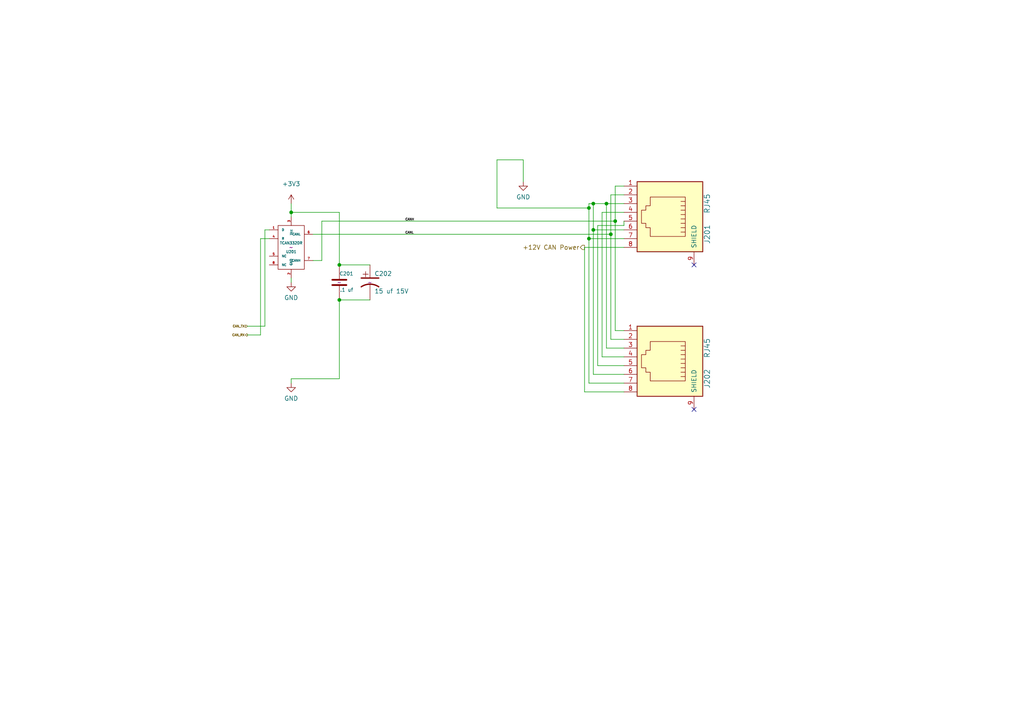
<source format=kicad_sch>
(kicad_sch (version 20211123) (generator eeschema)
  (paper "A4")
  (lib_symbols
    (symbol "ESP32-PWMHalfSiding-rescue:C-RESCUE-ESP32-PWMHalfSiding" (pin_numbers hide) (pin_names (offset 0.254))
      (property "Reference" "C" (at 0 2.54 0))
      (property "Value" "C-RESCUE-ESP32-PWMHalfSiding" (at 0.1524 -2.159 0))
      (symbol "C-RESCUE-ESP32-PWMHalfSiding_0_1"
        (polyline (pts (xy -2.032 -0.762) (xy 2.032 -0.762)) (stroke (width 0.508)))
        (polyline (pts (xy -2.032 0.762) (xy 2.032 0.762)) (stroke (width 0.508)))
      )
      (symbol "C-RESCUE-ESP32-PWMHalfSiding_1_1"
        (pin passive line (at 0 5.08 270) (length 4.318) (name "~") (number "1"))
        (pin passive line (at 0 -5.08 90) (length 4.318) (name "~") (number "2"))
      )
    )
    (symbol "ESP32-PWMHalfSiding-rescue:CP1-RESCUE-ESP32-PWMHalfSiding" (pin_numbers hide) (pin_names (offset 0.254) hide)
      (property "Reference" "C" (at 1.27 2.54 0))
      (property "Value" "CP1-RESCUE-ESP32-PWMHalfSiding" (at 1.27 -2.54 0))
      (symbol "CP1-RESCUE-ESP32-PWMHalfSiding_0_0"
        (text "+" (at -1.27 2.54 0) (effects (font (size 2.032 2.032))))
      )
      (symbol "CP1-RESCUE-ESP32-PWMHalfSiding_0_1"
        (polyline (pts (xy -2.54 1.27) (xy 2.54 1.27) (xy 1.27 1.27) (xy 1.27 1.27)) (stroke (width 0.381)))
        (arc (start 2.54 -1.27) (mid 0 -0.5009) (end -2.54 -1.27) (stroke (width 0.381)))
      )
      (symbol "CP1-RESCUE-ESP32-PWMHalfSiding_1_1"
        (pin passive line (at 0 5.08 270) (length 3.81) (name "~") (number "1"))
        (pin passive line (at 0 -5.08 90) (length 4.572) (name "~") (number "2"))
      )
    )
    (symbol "ESP32-PWMHalfSiding-rescue:RJ45" (pin_names (offset 1.016))
      (property "Reference" "J" (at 5.08 12.7 0))
      (property "Value" "RJ45" (at -3.81 12.7 0))
      (symbol "RJ45_0_1"
        (rectangle (start -10.16 -7.62) (end 10.16 11.43) (stroke (width 0.254)) (fill (type background)))
        (polyline (pts (xy -4.445 5.08) (xy -4.445 6.35) (xy -4.445 6.35)))
        (polyline (pts (xy -3.175 6.35) (xy -3.175 5.08) (xy -3.175 5.08)))
        (polyline (pts (xy -1.905 6.35) (xy -1.905 5.08) (xy -1.905 5.08)))
        (polyline (pts (xy -0.635 6.35) (xy -0.635 5.08) (xy -0.635 5.08)))
        (polyline (pts (xy 0.635 6.35) (xy 0.635 5.08) (xy 0.635 5.08)))
        (polyline (pts (xy 1.905 6.35) (xy 1.905 5.08) (xy 1.905 5.08)))
        (polyline (pts (xy 3.175 5.08) (xy 3.175 6.35) (xy 3.175 6.35)))
        (polyline (pts (xy 4.445 5.08) (xy 4.445 6.35) (xy 4.445 6.35)))
        (polyline (pts (xy -5.715 6.35) (xy 5.715 6.35) (xy 5.715 -3.81) (xy 3.175 -3.81) (xy 3.175 -5.08) (xy 1.905 -5.08) (xy 1.905 -6.35) (xy -1.905 -6.35) (xy -1.905 -5.08) (xy -3.175 -5.08) (xy -3.175 -3.81) (xy -5.715 -3.81) (xy -5.715 6.35) (xy -5.715 6.35)))
      )
      (symbol "RJ45_1_1"
        (pin passive line (at -8.89 -11.43 90) (length 3.81) (name "~") (number "1"))
        (pin passive line (at -6.35 -11.43 90) (length 3.81) (name "~") (number "2"))
        (pin passive line (at -3.81 -11.43 90) (length 3.81) (name "~") (number "3"))
        (pin passive line (at -1.27 -11.43 90) (length 3.81) (name "~") (number "4"))
        (pin passive line (at 1.27 -11.43 90) (length 3.81) (name "~") (number "5"))
        (pin passive line (at 3.81 -11.43 90) (length 3.81) (name "~") (number "6"))
        (pin passive line (at 6.35 -11.43 90) (length 3.81) (name "~") (number "7"))
        (pin passive line (at 8.89 -11.43 90) (length 3.81) (name "~") (number "8"))
        (pin passive line (at 13.97 8.89 180) (length 3.81) (name "SHIELD") (number "9"))
      )
    )
    (symbol "ESP32-PWMHalfSiding-rescue:TCAN332DR" (pin_names (offset 1.016))
      (property "Reference" "U" (at 0 -1.27 0))
      (property "Value" "TCAN332DR" (at 0 1.27 0))
      (symbol "TCAN332DR_0_1"
        (rectangle (start -3.81 6.35) (end 3.81 -6.35))
      )
      (symbol "TCAN332DR_1_1"
        (pin input line (at -6.35 5.08 0) (length 2.54) (name "D") (number "1"))
        (pin power_in line (at 0 -8.89 90) (length 2.54) (name "GND") (number "2"))
        (pin power_in line (at 0 8.89 270) (length 2.54) (name "Vcc") (number "3"))
        (pin output line (at -6.35 2.54 0) (length 2.54) (name "R") (number "4"))
        (pin input line (at -6.35 -2.54 0) (length 2.54) (name "NC") (number "5"))
        (pin bidirectional line (at 6.35 3.81 180) (length 2.54) (name "CANL") (number "6"))
        (pin bidirectional line (at 6.35 -3.81 180) (length 2.54) (name "CANH") (number "7"))
        (pin input line (at -6.35 -5.08 0) (length 2.54) (name "NC") (number "8"))
      )
    )
    (symbol "ESP32-T7S3-MultiFunctionUniversalTurnout-rescue:GND" (power) (pin_names (offset 0))
      (property "Value" "GND" (at 0 -3.81 0))
      (symbol "GND_0_1"
        (polyline (pts (xy 0 0) (xy 0 -1.27) (xy 1.27 -1.27) (xy 0 -2.54) (xy -1.27 -1.27) (xy 0 -1.27)))
      )
      (symbol "GND_1_1"
        (pin power_in line (at 0 0 270) (length 0) hide (name "GND") (number "1"))
      )
    )
    (symbol "power:+3V3" (power) (pin_names (offset 0))
      (property "Value" "+3V3" (at 0 3.556 0))
      (symbol "+3V3_0_1"
        (polyline (pts (xy -0.762 1.27) (xy 0 2.54)))
        (polyline (pts (xy 0 0) (xy 0 2.54)))
        (polyline (pts (xy 0 2.54) (xy 0.762 1.27)))
      )
      (symbol "+3V3_1_1"
        (pin power_in line (at 0 0 90) (length 0) hide (name "+3V3") (number "1"))
      )
    )
  )
  (junction (at 98.425 76.835))
  (junction (at 170.815 69.215))
  (junction (at 172.085 59.055))
  (junction (at 170.815 60.325))
  (junction (at 178.435 64.135))
  (junction (at 98.425 86.995))
  (junction (at 84.455 61.595))
  (junction (at 172.085 66.675))
  (junction (at 175.895 59.055))
  (junction (at 177.165 67.945))
  (no_connect (at 201.295 76.835))
  (no_connect (at 201.295 118.745))
  (wire (pts (xy 174.625 103.505) (xy 174.625 61.595)))
  (wire (pts (xy 76.835 66.675) (xy 76.835 94.615)))
  (wire (pts (xy 180.975 66.675) (xy 172.085 66.675)))
  (wire (pts (xy 93.345 64.135) (xy 178.435 64.135)))
  (wire (pts (xy 78.105 66.675) (xy 76.835 66.675)))
  (wire (pts (xy 90.805 67.945) (xy 177.165 67.945)))
  (wire (pts (xy 172.085 59.055) (xy 175.895 59.055)))
  (wire (pts (xy 84.455 61.595) (xy 98.425 61.595)))
  (wire (pts (xy 151.765 46.355) (xy 151.765 52.705)))
  (wire (pts (xy 169.545 113.665) (xy 180.975 113.665)))
  (wire (pts (xy 177.165 67.945) (xy 177.165 98.425)))
  (wire (pts (xy 173.355 65.405) (xy 173.355 106.045)))
  (wire (pts (xy 144.145 46.355) (xy 151.765 46.355)))
  (wire (pts (xy 172.085 108.585) (xy 180.975 108.585)))
  (wire (pts (xy 71.755 97.155) (xy 75.565 97.155)))
  (wire (pts (xy 172.085 59.055) (xy 172.085 66.675)))
  (wire (pts (xy 170.815 59.055) (xy 170.815 60.325)))
  (wire (pts (xy 98.425 76.835) (xy 107.315 76.835)))
  (wire (pts (xy 144.145 46.355) (xy 144.145 60.325)))
  (wire (pts (xy 107.315 86.995) (xy 98.425 86.995)))
  (wire (pts (xy 180.975 103.505) (xy 174.625 103.505)))
  (wire (pts (xy 169.545 71.755) (xy 169.545 113.665)))
  (wire (pts (xy 177.165 56.515) (xy 177.165 67.945)))
  (wire (pts (xy 180.975 69.215) (xy 170.815 69.215)))
  (wire (pts (xy 78.105 69.215) (xy 75.565 69.215)))
  (wire (pts (xy 180.975 56.515) (xy 177.165 56.515)))
  (wire (pts (xy 144.145 60.325) (xy 170.815 60.325)))
  (wire (pts (xy 90.805 75.565) (xy 93.345 75.565)))
  (wire (pts (xy 75.565 69.215) (xy 75.565 97.155)))
  (wire (pts (xy 178.435 53.975) (xy 178.435 64.135)))
  (wire (pts (xy 98.425 61.595) (xy 98.425 76.835)))
  (wire (pts (xy 169.545 71.755) (xy 180.975 71.755)))
  (wire (pts (xy 170.815 59.055) (xy 172.085 59.055)))
  (wire (pts (xy 84.455 59.055) (xy 84.455 61.595)))
  (wire (pts (xy 173.355 106.045) (xy 180.975 106.045)))
  (wire (pts (xy 170.815 111.125) (xy 180.975 111.125)))
  (wire (pts (xy 175.895 59.055) (xy 180.975 59.055)))
  (wire (pts (xy 178.435 95.885) (xy 180.975 95.885)))
  (wire (pts (xy 84.455 109.855) (xy 98.425 109.855)))
  (wire (pts (xy 174.625 61.595) (xy 180.975 61.595)))
  (wire (pts (xy 98.425 86.995) (xy 98.425 109.855)))
  (wire (pts (xy 178.435 64.135) (xy 178.435 95.885)))
  (wire (pts (xy 180.975 64.135) (xy 180.975 65.405)))
  (wire (pts (xy 177.165 98.425) (xy 180.975 98.425)))
  (wire (pts (xy 71.755 94.615) (xy 76.835 94.615)))
  (wire (pts (xy 170.815 60.325) (xy 170.815 69.215)))
  (wire (pts (xy 172.085 66.675) (xy 172.085 108.585)))
  (wire (pts (xy 84.455 61.595) (xy 84.455 62.865)))
  (wire (pts (xy 175.895 100.965) (xy 180.975 100.965)))
  (wire (pts (xy 180.975 65.405) (xy 173.355 65.405)))
  (wire (pts (xy 84.455 80.645) (xy 84.455 81.915)))
  (wire (pts (xy 178.435 53.975) (xy 180.975 53.975)))
  (wire (pts (xy 175.895 59.055) (xy 175.895 100.965)))
  (wire (pts (xy 84.455 109.855) (xy 84.455 111.125)))
  (wire (pts (xy 93.345 64.135) (xy 93.345 75.565)))
  (wire (pts (xy 170.815 69.215) (xy 170.815 111.125)))
  (label "CANL" (at 117.475 67.945 0) (effects (font (size 0.635 0.635))))
  (label "CANH" (at 117.475 64.135 0) (effects (font (size 0.635 0.635))))
  (hierarchical_label "+12V CAN Power" (shape output) (at 169.545 71.755 180))
  (hierarchical_label "CAN_TX" (shape input) (at 71.755 94.615 180) (effects (font (size 0.635 0.635))))
  (hierarchical_label "CAN_RX" (shape output) (at 71.755 97.155 180) (effects (font (size 0.635 0.635))))
  (symbol (lib_id "power:+3V3") (at 84.455 59.055 0) (unit 1)
    (property "Reference" "#PWR0104" (effects hide))
    (property "Value" "+3V3" (at 84.455 53.34 0))
  )
  (symbol (lib_id "ESP32-T7S3-MultiFunctionUniversalTurnout-rescue:GND") (at 84.455 111.125 0) (unit 1)
    (property "Reference" "#PWR0107" (effects hide))
    (property "Value" "GND" (at 84.455 115.57 0))
  )
  (symbol (lib_id "ESP32-T7S3-MultiFunctionUniversalTurnout-rescue:GND") (at 84.455 81.915 0) (unit 1)
    (property "Reference" "#PWR0105" (effects hide))
    (property "Value" "GND" (at 84.455 86.36 0))
  )
  (symbol (lib_id "ESP32-PWMHalfSiding-rescue:CP1-RESCUE-ESP32-PWMHalfSiding") (at 107.315 81.915 0) (unit 1)
    (property "Reference" "C202" (at 108.585 79.375 0) (effects (justify left)))
    (property "Value" "15 uf 15V" (at 108.585 84.455 0) (effects (justify left)))
    (property "Footprint" "Capacitor_THT:CP_Radial_D6.3mm_P2.50mm" (effects hide))
    (property "Datasheet" "~" (at 107.315 81.915 0) (effects (font (size 1.524 1.524))))
    (property "Mouser Part Number" "710-860080773002" (effects hide))
  )
  (symbol (lib_id "ESP32-PWMHalfSiding-rescue:RJ45") (at 192.405 62.865 270) (unit 1)
    (property "Reference" "J201" (at 205.105 67.945 0) (effects (font (size 1.524 1.524))))
    (property "Value" "RJ45" (at 205.105 59.055 0) (effects (font (size 1.524 1.524))))
    (property "Footprint" "RJ45-8N-S:RJ45_8N-S" (effects hide))
    (property "Mouser Part Number" "710-615008144221" (effects hide))
  )
  (symbol (lib_id "ESP32-PWMHalfSiding-rescue:TCAN332DR") (at 84.455 71.755 0) (unit 1)
    (property "Reference" "U201" (at 84.455 73.025 0) (effects (font (size 0.762 0.762))))
    (property "Value" "TCAN332DR" (at 84.455 70.485 0) (effects (font (size 0.762 0.762))))
    (property "Footprint" "Package_SO:SOIC-8_3.9x4.9mm_P1.27mm" (effects hide))
    (property "Datasheet" "~" (at 84.455 71.755 0) (effects (font (size 1.524 1.524))))
    (property "Mouser Part Number" "595-TCAN332DR" (effects hide))
  )
  (symbol (lib_id "ESP32-PWMHalfSiding-rescue:RJ45") (at 192.405 104.775 270) (unit 1)
    (property "Reference" "J202" (at 205.105 109.855 0) (effects (font (size 1.524 1.524))))
    (property "Value" "RJ45" (at 205.105 100.965 0) (effects (font (size 1.524 1.524))))
    (property "Footprint" "RJ45-8N-S:RJ45_8N-S" (effects hide))
    (property "Mouser Part Number" "710-615008144221" (effects hide))
  )
  (symbol (lib_id "ESP32-T7S3-MultiFunctionUniversalTurnout-rescue:GND") (at 151.765 52.705 0) (unit 1)
    (property "Reference" "#PWR0106" (effects hide))
    (property "Value" "GND" (at 151.765 57.15 0))
  )
  (symbol (lib_id "ESP32-PWMHalfSiding-rescue:C-RESCUE-ESP32-PWMHalfSiding") (at 98.425 81.915 0) (unit 1)
    (property "Reference" "C201" (at 98.425 79.375 0) (effects (font (size 1.016 1.016)) (justify left)))
    (property "Value" ".1 uf" (at 98.5774 84.074 0) (effects (font (size 1.016 1.016)) (justify left)))
    (property "Footprint" "Capacitor_THT:C_Rect_L4.0mm_W2.5mm_P2.50mm" (effects hide))
    (property "Datasheet" "~" (at 98.425 81.915 0) (effects (font (size 1.524 1.524))))
    (property "Mouser Part Number" "21RZ310-RC" (effects hide))
  )
)
</source>
